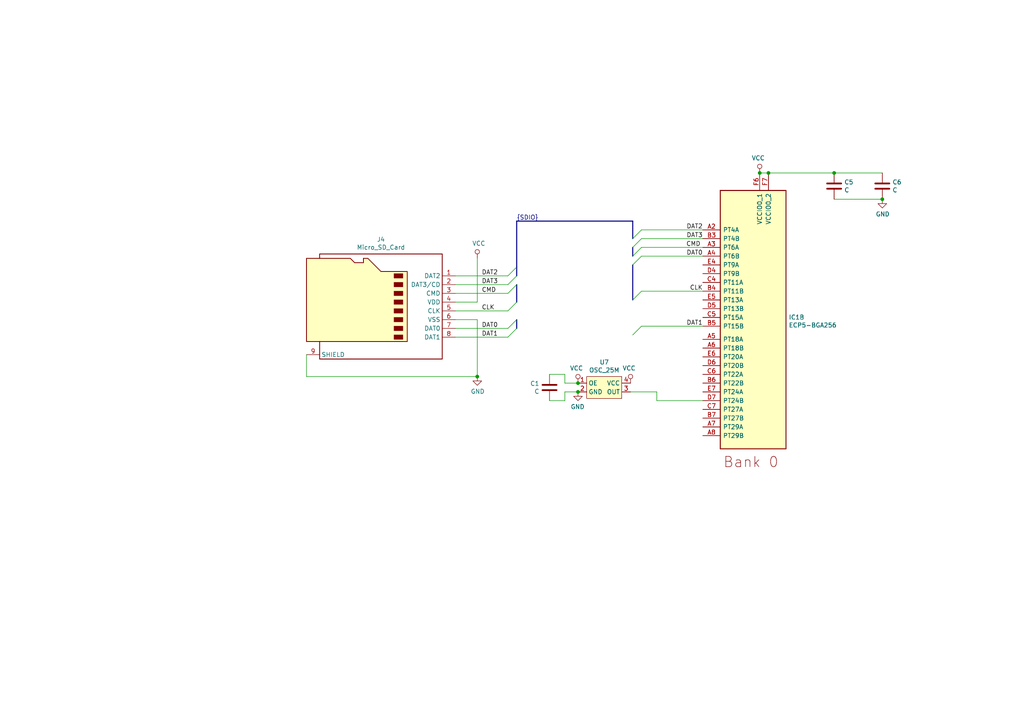
<source format=kicad_sch>
(kicad_sch (version 20200714) (host eeschema "5.99.0-unknown-9f20c61~102~ubuntu20.04.1")
  (page 1 6)
  (paper "A4")
  (lib_symbols
    (symbol "Connector:Micro_SD_Card"
      (property "Reference" "J" (at -16.51 15.24 0))
      (property "Value" "Micro_SD_Card" (at 16.51 15.24 0))
      (symbol "Micro_SD_Card_0_1"
        (rectangle (start -7.62 -9.525) (end -5.08 -10.795) (fill (type outline)))
        (rectangle (start -7.62 -6.985) (end -5.08 -8.255) (fill (type outline)))
        (rectangle (start -7.62 -4.445) (end -5.08 -5.715) (fill (type outline)))
        (rectangle (start -7.62 -1.905) (end -5.08 -3.175) (fill (type outline)))
        (rectangle (start -7.62 0.635) (end -5.08 -0.635) (fill (type outline)))
        (rectangle (start -7.62 3.175) (end -5.08 1.905) (fill (type outline)))
        (rectangle (start -7.62 5.715) (end -5.08 4.445) (fill (type outline)))
        (rectangle (start -7.62 8.255) (end -5.08 6.985) (fill (type outline)))
        (polyline (pts (xy 16.51 12.7) (xy 16.51 13.97) (xy -19.05 13.97) (xy -19.05 -16.51) (xy 16.51 -16.51) (xy 16.51 -11.43)) (stroke (width 0.254)))
        (polyline (pts (xy -8.89 -11.43) (xy -8.89 8.89) (xy -1.27 8.89) (xy 2.54 12.7) (xy 3.81 12.7) (xy 3.81 11.43) (xy 6.35 11.43) (xy 7.62 12.7) (xy 20.32 12.7) (xy 20.32 -11.43) (xy -8.89 -11.43)) (stroke (width 0.254)) (fill (type background)))
      )
      (symbol "Micro_SD_Card_1_1"
        (pin bidirectional line (at -22.86 7.62 0) (length 3.81) (name "DAT2") (number "1"))
        (pin bidirectional line (at -22.86 5.08 0) (length 3.81) (name "DAT3/CD") (number "2"))
        (pin input line (at -22.86 2.54 0) (length 3.81) (name "CMD") (number "3"))
        (pin power_in line (at -22.86 0 0) (length 3.81) (name "VDD") (number "4"))
        (pin input line (at -22.86 -2.54 0) (length 3.81) (name "CLK") (number "5"))
        (pin power_in line (at -22.86 -5.08 0) (length 3.81) (name "VSS") (number "6"))
        (pin bidirectional line (at -22.86 -7.62 0) (length 3.81) (name "DAT0") (number "7"))
        (pin bidirectional line (at -22.86 -10.16 0) (length 3.81) (name "DAT1") (number "8"))
        (pin passive line (at 20.32 -15.24 180) (length 3.81) (name "SHIELD") (number "9"))
      )
    )
    (symbol "Device:C" (pin_numbers hide) (pin_names (offset 0.254))
      (property "Reference" "C" (at 0.635 2.54 0))
      (property "Value" "C" (at 0.635 -2.54 0))
      (symbol "C_0_1"
        (polyline (pts (xy -2.032 -0.762) (xy 2.032 -0.762)) (stroke (width 0.508)))
        (polyline (pts (xy -2.032 0.762) (xy 2.032 0.762)) (stroke (width 0.508)))
      )
      (symbol "C_1_1"
        (pin passive line (at 0 3.81 270) (length 2.794) (name "~") (number "1"))
        (pin passive line (at 0 -3.81 90) (length 2.794) (name "~") (number "2"))
      )
    )
    (symbol "mini_mipi:ECP5-BGA256" (pin_names (offset 0.762))
      (property "Reference" "IC" (at -2.54 1.27 0))
      (property "Value" "ECP5-BGA256" (at 10.16 1.27 0))
      (symbol "ECP5-BGA256_8_0"
        (text "(Config)" (at 13.97 -97.79 0) (effects (font (size 2.9972 2.9972))))
        (text "Bank 8" (at 13.97 -92.71 0) (effects (font (size 2.9972 2.9972))))
      )
      (symbol "ECP5-BGA256_1_1"
        (text "FPGA Supplies" (at 19.05 -76.2 0) (effects (font (size 2.9972 2.9972))))
        (pin power_in line (at 38.1 -2.54 180) (length 5.08) (name "GND_1") (number "A1"))
        (pin power_in line (at 38.1 -5.08 180) (length 5.08) (name "GND_2") (number "A16"))
        (pin power_in line (at 38.1 -10.16 180) (length 5.08) (name "GND_4") (number "D15"))
        (pin power_in line (at 38.1 -7.62 180) (length 5.08) (name "GND_3") (number "D2"))
        (pin power_in line (at 38.1 -12.7 180) (length 5.08) (name "GND_5") (number "F8"))
        (pin power_in line (at 38.1 -15.24 180) (length 5.08) (name "GND_6") (number "F9"))
        (pin power_in line (at 38.1 -20.32 180) (length 5.08) (name "GND_8") (number "G10"))
        (pin power_in line (at 0 -66.04 0) (length 5.08) (name "VCCAUX_1") (number "G11"))
        (pin power_in line (at 0 -2.54 0) (length 5.08) (name "VCC_1") (number "G6"))
        (pin power_in line (at 0 -5.08 0) (length 5.08) (name "VCC_2") (number "G7"))
        (pin power_in line (at 38.1 -17.78 180) (length 5.08) (name "GND_7") (number "G8"))
        (pin power_in line (at 0 -7.62 0) (length 5.08) (name "VCC_3") (number "G9"))
        (pin power_in line (at 38.1 -22.86 180) (length 5.08) (name "GND_9") (number "H1"))
        (pin power_in line (at 38.1 -30.48 180) (length 5.08) (name "GND_12") (number "H10"))
        (pin power_in line (at 38.1 -33.02 180) (length 5.08) (name "GND_13") (number "H16"))
        (pin power_in line (at 38.1 -25.4 180) (length 5.08) (name "GND_10") (number "H8"))
        (pin power_in line (at 38.1 -27.94 180) (length 5.08) (name "GND_11") (number "H9"))
        (pin power_in line (at 38.1 -40.64 180) (length 5.08) (name "GND_16") (number "J10"))
        (pin power_in line (at 38.1 -35.56 180) (length 5.08) (name "GND_14") (number "J8"))
        (pin power_in line (at 38.1 -38.1 180) (length 5.08) (name "GND_15") (number "J9"))
        (pin power_in line (at 38.1 -53.34 180) (length 5.08) (name "GND_21") (number "K10"))
        (pin power_in line (at 38.1 -43.18 180) (length 5.08) (name "GND_17") (number "K6"))
        (pin power_in line (at 38.1 -45.72 180) (length 5.08) (name "GND_18") (number "K7"))
        (pin power_in line (at 38.1 -48.26 180) (length 5.08) (name "GND_19") (number "K8"))
        (pin power_in line (at 38.1 -50.8 180) (length 5.08) (name "GND_20") (number "K9"))
        (pin power_in line (at 0 -15.24 0) (length 5.08) (name "VCC_6") (number "L10"))
        (pin power_in line (at 0 -68.58 0) (length 5.08) (name "VCCAUX_2") (number "L7"))
        (pin power_in line (at 0 -10.16 0) (length 5.08) (name "VCC_4") (number "L8"))
        (pin power_in line (at 0 -12.7 0) (length 5.08) (name "VCC_5") (number "L9"))
        (pin power_in line (at 38.1 -58.42 180) (length 5.08) (name "GND_23") (number "N15"))
        (pin power_in line (at 38.1 -55.88 180) (length 5.08) (name "GND_22") (number "N2"))
        (pin power_in line (at 38.1 -60.96 180) (length 5.08) (name "GND_24") (number "T1"))
        (pin power_in line (at 38.1 -66.04 180) (length 5.08) (name "GND_26") (number "T12"))
        (pin bidirectional line (at 38.1 -68.58 180) (length 5.08) (name "GND_27") (number "T16"))
        (pin power_in line (at 38.1 -63.5 180) (length 5.08) (name "GND_25") (number "T5"))
      )
      (symbol "ECP5-BGA256_2_1"
        (text "Bank 0" (at 10.16 -78.74 0) (effects (font (size 2.9972 2.9972))))
        (rectangle (start 0 0) (end 19.05 -74.93) (stroke (width 0.3048)) (fill (type background)))
        (pin bidirectional line (at 24.13 -11.43 180) (length 5.08) (name "PT4A") (number "A2"))
        (pin bidirectional line (at 24.13 -16.51 180) (length 5.08) (name "PT6A") (number "A3"))
        (pin bidirectional line (at 24.13 -19.05 180) (length 5.08) (name "PT6B") (number "A4"))
        (pin bidirectional line (at 24.13 -43.18 180) (length 5.08) (name "PT18A") (number "A5"))
        (pin bidirectional line (at 24.13 -45.72 180) (length 5.08) (name "PT18B") (number "A6"))
        (pin bidirectional line (at 24.13 -68.58 180) (length 5.08) (name "PT29A") (number "A7"))
        (pin bidirectional line (at 24.13 -71.12 180) (length 5.08) (name "PT29B") (number "A8"))
        (pin bidirectional line (at 24.13 -13.97 180) (length 5.08) (name "PT4B") (number "B3"))
        (pin bidirectional line (at 24.13 -29.21 180) (length 5.08) (name "PT11B") (number "B4"))
        (pin bidirectional line (at 24.13 -39.37 180) (length 5.08) (name "PT15B") (number "B5"))
        (pin bidirectional line (at 24.13 -55.88 180) (length 5.08) (name "PT22B") (number "B6"))
        (pin bidirectional line (at 24.13 -66.04 180) (length 5.08) (name "PT27B") (number "B7"))
        (pin bidirectional line (at 24.13 -26.67 180) (length 5.08) (name "PT11A") (number "C4"))
        (pin bidirectional line (at 24.13 -36.83 180) (length 5.08) (name "PT15A") (number "C5"))
        (pin bidirectional line (at 24.13 -53.34 180) (length 5.08) (name "PT22A") (number "C6"))
        (pin bidirectional line (at 24.13 -63.5 180) (length 5.08) (name "PT27A") (number "C7"))
        (pin bidirectional line (at 24.13 -24.13 180) (length 5.08) (name "PT9B") (number "D4"))
        (pin bidirectional line (at 24.13 -34.29 180) (length 5.08) (name "PT13B") (number "D5"))
        (pin bidirectional line (at 24.13 -50.8 180) (length 5.08) (name "PT20B") (number "D6"))
        (pin bidirectional line (at 24.13 -60.96 180) (length 5.08) (name "PT24B") (number "D7"))
        (pin bidirectional line (at 24.13 -21.59 180) (length 5.08) (name "PT9A") (number "E4"))
        (pin bidirectional line (at 24.13 -31.75 180) (length 5.08) (name "PT13A") (number "E5"))
        (pin bidirectional line (at 24.13 -48.26 180) (length 5.08) (name "PT20A") (number "E6"))
        (pin bidirectional line (at 24.13 -58.42 180) (length 5.08) (name "PT24A") (number "E7"))
        (pin power_in line (at 7.62 5.08 270) (length 5.08) (name "VCCIO0_1") (number "F6"))
        (pin power_in line (at 5.08 5.08 270) (length 5.08) (name "VCCIO0_2") (number "F7"))
      )
      (symbol "ECP5-BGA256_3_1"
        (text "Bank 1" (at 8.89 -96.52 0) (effects (font (size 2.9972 2.9972))))
        (pin bidirectional line (at 26.67 -34.29 180) (length 5.08) (name "PT42B") (number "A10"))
        (pin bidirectional line (at 26.67 -57.15 180) (length 5.08) (name "PT53A") (number "A11"))
        (pin bidirectional line (at 26.67 -59.69 180) (length 5.08) (name "PT53B") (number "A12"))
        (pin bidirectional line (at 26.67 -82.55 180) (length 5.08) (name "PT65A") (number "A13"))
        (pin bidirectional line (at 26.67 -85.09 180) (length 5.08) (name "PT65B") (number "A14"))
        (pin bidirectional line (at 26.67 -90.17 180) (length 5.08) (name "PT67B") (number "A15"))
        (pin bidirectional line (at 26.67 -31.75 180) (length 5.08) (name "PT42A") (number "A9"))
        (pin bidirectional line (at 26.67 -36.83 180) (length 5.08) (name "PT44A") (number "B10"))
        (pin bidirectional line (at 26.67 -46.99 180) (length 5.08) (name "PT49A") (number "B11"))
        (pin bidirectional line (at 26.67 -62.23 180) (length 5.08) (name "PT56A") (number "B12"))
        (pin bidirectional line (at 26.67 -72.39 180) (length 5.08) (name "PT60A") (number "B13"))
        (pin bidirectional line (at 26.67 -87.63 180) (length 5.08) (name "PT67A") (number "B14"))
        (pin bidirectional line (at 26.67 -19.05 180) (length 5.08) (name "PT35B") (number "B8"))
        (pin bidirectional line (at 26.67 -21.59 180) (length 5.08) (name "PT38A") (number "B9"))
        (pin bidirectional line (at 26.67 -39.37 180) (length 5.08) (name "PT44B") (number "C10"))
        (pin bidirectional line (at 26.67 -49.53 180) (length 5.08) (name "PT49B") (number "C11"))
        (pin bidirectional line (at 26.67 -64.77 180) (length 5.08) (name "PT56B") (number "C12"))
        (pin bidirectional line (at 26.67 -74.93 180) (length 5.08) (name "PT60B") (number "C13"))
        (pin bidirectional line (at 26.67 -16.51 180) (length 5.08) (name "PT35A") (number "C8"))
        (pin bidirectional line (at 26.67 -24.13 180) (length 5.08) (name "PT38B") (number "C9"))
        (pin bidirectional line (at 26.67 -41.91 180) (length 5.08) (name "PT47A") (number "D10"))
        (pin bidirectional line (at 26.67 -52.07 180) (length 5.08) (name "PT51A") (number "D11"))
        (pin bidirectional line (at 26.67 -67.31 180) (length 5.08) (name "PT58A") (number "D12"))
        (pin bidirectional line (at 26.67 -77.47 180) (length 5.08) (name "PT62A") (number "D13"))
        (pin bidirectional line (at 26.67 -13.97 180) (length 5.08) (name "PT33B") (number "D8"))
        (pin bidirectional line (at 26.67 -26.67 180) (length 5.08) (name "PT40A") (number "D9"))
        (pin bidirectional line (at 26.67 -44.45 180) (length 5.08) (name "PT47B") (number "E10"))
        (pin bidirectional line (at 26.67 -54.61 180) (length 5.08) (name "PT51B") (number "E11"))
        (pin bidirectional line (at 26.67 -69.85 180) (length 5.08) (name "PT58B") (number "E12"))
        (pin bidirectional line (at 26.67 -80.01 180) (length 5.08) (name "PT62B") (number "E13"))
        (pin bidirectional line (at 26.67 -11.43 180) (length 5.08) (name "PT33A") (number "E8"))
        (pin bidirectional line (at 26.67 -29.21 180) (length 5.08) (name "PT40B") (number "E9"))
        (pin power_in line (at 6.35 5.08 270) (length 5.08) (name "VCCIO1_1") (number "F10"))
        (pin power_in line (at 3.81 5.08 270) (length 5.08) (name "VCCIO1_2") (number "F11"))
      )
      (symbol "ECP5-BGA256_4_1"
        (text "Bank 2" (at 10.16 -97.79 0) (effects (font (size 2.9972 2.9972))))
        (rectangle (start 0 0) (end 19.05 -93.98) (stroke (width 0.3048)) (fill (type background)))
        (pin bidirectional line (at 24.13 -13.97 180) (length 5.08) (name "PR2B") (number "B15"))
        (pin bidirectional line (at 24.13 -11.43 180) (length 5.08) (name "PR2A") (number "B16"))
        (pin bidirectional line (at 24.13 -16.51 180) (length 5.08) (name "PR2C") (number "C14"))
        (pin bidirectional line (at 24.13 -24.13 180) (length 5.08) (name "PR5B") (number "C15"))
        (pin bidirectional line (at 24.13 -21.59 180) (length 5.08) (name "PR5A") (number "C16"))
        (pin bidirectional line (at 24.13 -19.05 180) (length 5.08) (name "PR2D") (number "D14"))
        (pin bidirectional line (at 24.13 -31.75 180) (length 5.08) (name "PR8A") (number "D16"))
        (pin bidirectional line (at 24.13 -26.67 180) (length 5.08) (name "PR5C") (number "E14"))
        (pin bidirectional line (at 24.13 -34.29 180) (length 5.08) (name "PR8B") (number "E15"))
        (pin bidirectional line (at 24.13 -49.53 180) (length 5.08) (name "PR11D") (number "E16"))
        (pin bidirectional line (at 24.13 -39.37 180) (length 5.08) (name "PR8D") (number "F12"))
        (pin bidirectional line (at 24.13 -36.83 180) (length 5.08) (name "PR8C") (number "F13"))
        (pin bidirectional line (at 24.13 -29.21 180) (length 5.08) (name "PR5D") (number "F14"))
        (pin bidirectional line (at 24.13 -46.99 180) (length 5.08) (name "PR11C") (number "F15"))
        (pin bidirectional line (at 24.13 -52.07 180) (length 5.08) (name "PR14A") (number "F16"))
        (pin bidirectional line (at 24.13 -41.91 180) (length 5.08) (name "PR11A") (number "G12"))
        (pin bidirectional line (at 24.13 -44.45 180) (length 5.08) (name "PR11B") (number "G13"))
        (pin bidirectional line (at 24.13 -57.15 180) (length 5.08) (name "PR14C") (number "G14"))
        (pin bidirectional line (at 24.13 -54.61 180) (length 5.08) (name "PR14B") (number "G15"))
        (pin bidirectional line (at 24.13 -72.39 180) (length 5.08) (name "PR20A") (number "G16"))
        (pin power_in line (at 3.81 5.08 270) (length 5.08) (name "VCCIO2_1") (number "H11"))
        (pin bidirectional line (at 24.13 -62.23 180) (length 5.08) (name "PR17A") (number "H12"))
        (pin bidirectional line (at 24.13 -64.77 180) (length 5.08) (name "PR17B") (number "H13"))
        (pin bidirectional line (at 24.13 -59.69 180) (length 5.08) (name "PR14D") (number "H14"))
        (pin bidirectional line (at 24.13 -74.93 180) (length 5.08) (name "PR20B") (number "H15"))
        (pin power_in line (at 6.35 5.08 270) (length 5.08) (name "VCCIO2_2") (number "J11"))
        (pin bidirectional line (at 24.13 -69.85 180) (length 5.08) (name "PR17D") (number "J12"))
        (pin bidirectional line (at 24.13 -67.31 180) (length 5.08) (name "PR17C") (number "J13"))
        (pin bidirectional line (at 24.13 -77.47 180) (length 5.08) (name "PR20C") (number "J14"))
        (pin bidirectional line (at 24.13 -85.09 180) (length 5.08) (name "PR23B") (number "J15"))
        (pin bidirectional line (at 24.13 -82.55 180) (length 5.08) (name "PR23A") (number "J16"))
        (pin bidirectional line (at 24.13 -80.01 180) (length 5.08) (name "PR20D") (number "K14"))
        (pin bidirectional line (at 24.13 -90.17 180) (length 5.08) (name "PR23D") (number "K15"))
        (pin bidirectional line (at 24.13 -87.63 180) (length 5.08) (name "PR23C") (number "K16"))
      )
      (symbol "ECP5-BGA256_5_1"
        (text "Bank 3" (at 15.24 -96.52 0) (effects (font (size 2.9972 2.9972))))
        (pin power_in line (at 3.81 5.08 270) (length 5.08) (name "VCCIO3_1") (number "K11"))
        (pin bidirectional line (at 25.4 -22.86 180) (length 5.08) (name "PR29B") (number "K12"))
        (pin bidirectional line (at 25.4 -20.32 180) (length 5.08) (name "PR29A") (number "K13"))
        (pin power_in line (at 6.35 5.08 270) (length 5.08) (name "VCCIO3_2") (number "L11"))
        (pin bidirectional line (at 25.4 -27.94 180) (length 5.08) (name "PR29D") (number "L12"))
        (pin bidirectional line (at 25.4 -25.4 180) (length 5.08) (name "PR29C") (number "L13"))
        (pin bidirectional line (at 25.4 -35.56 180) (length 5.08) (name "PR32C") (number "L14"))
        (pin bidirectional line (at 25.4 -12.7 180) (length 5.08) (name "PR26B") (number "L15"))
        (pin bidirectional line (at 25.4 -10.16 180) (length 5.08) (name "PR26A") (number "L16"))
        (pin bidirectional line (at 25.4 -81.28 180) (length 5.08) (name "PR47A") (number "M11"))
        (pin bidirectional line (at 25.4 -76.2 180) (length 5.08) (name "PR44C") (number "M12"))
        (pin bidirectional line (at 25.4 -45.72 180) (length 5.08) (name "PR35C") (number "M13"))
        (pin bidirectional line (at 25.4 -38.1 180) (length 5.08) (name "PR32D") (number "M14"))
        (pin bidirectional line (at 25.4 -17.78 180) (length 5.08) (name "PR26D") (number "M15"))
        (pin bidirectional line (at 25.4 -15.24 180) (length 5.08) (name "PR26C") (number "M16"))
        (pin bidirectional line (at 25.4 -83.82 180) (length 5.08) (name "PR47B") (number "N11"))
        (pin bidirectional line (at 25.4 -78.74 180) (length 5.08) (name "PR44D") (number "N12"))
        (pin bidirectional line (at 25.4 -50.8 180) (length 5.08) (name "PR38A") (number "N13"))
        (pin bidirectional line (at 25.4 -48.26 180) (length 5.08) (name "PR35D") (number "N14"))
        (pin bidirectional line (at 25.4 -30.48 180) (length 5.08) (name "PR32A") (number "N16"))
        (pin bidirectional line (at 25.4 -86.36 180) (length 5.08) (name "PR47C") (number "P11"))
        (pin bidirectional line (at 25.4 -88.9 180) (length 5.08) (name "PR47D") (number "P12"))
        (pin bidirectional line (at 25.4 -60.96 180) (length 5.08) (name "PR41A") (number "P13"))
        (pin bidirectional line (at 25.4 -53.34 180) (length 5.08) (name "PR38B") (number "P14"))
        (pin bidirectional line (at 25.4 -33.02 180) (length 5.08) (name "PR32B") (number "P15"))
        (pin bidirectional line (at 25.4 -40.64 180) (length 5.08) (name "PR35A") (number "P16"))
        (pin bidirectional line (at 25.4 -71.12 180) (length 5.08) (name "PR44A") (number "R12"))
        (pin bidirectional line (at 25.4 -66.04 180) (length 5.08) (name "PR41C") (number "R13"))
        (pin bidirectional line (at 25.4 -63.5 180) (length 5.08) (name "PR41B") (number "R14"))
        (pin bidirectional line (at 25.4 -55.88 180) (length 5.08) (name "PR38C") (number "R15"))
        (pin bidirectional line (at 25.4 -43.18 180) (length 5.08) (name "PR35B") (number "R16"))
        (pin bidirectional line (at 25.4 -73.66 180) (length 5.08) (name "PR44B") (number "T13"))
        (pin bidirectional line (at 25.4 -68.58 180) (length 5.08) (name "PR41D") (number "T14"))
        (pin bidirectional line (at 25.4 -58.42 180) (length 5.08) (name "PR38D") (number "T15"))
      )
      (symbol "ECP5-BGA256_6_1"
        (text "Bank 6" (at 11.43 -110.49 0) (effects (font (size 2.9972 2.9972))))
        (rectangle (start 0 0) (end 19.05 -106.68) (stroke (width 0.3048)) (fill (type background)))
        (pin power_in line (at 3.81 5.08 270) (length 5.08) (name "VCCIO6_1") (number "J6"))
        (pin power_in line (at 6.35 5.08 270) (length 5.08) (name "VCCIO6_2") (number "J7"))
        (pin bidirectional line (at 24.13 -25.4 180) (length 5.08) (name "PL29A") (number "K4"))
        (pin bidirectional line (at 24.13 -27.94 180) (length 5.08) (name "PL29B") (number "K5"))
        (pin bidirectional line (at 24.13 -13.97 180) (length 5.08) (name "PL26A") (number "L1"))
        (pin bidirectional line (at 24.13 -16.51 180) (length 5.08) (name "PL26B") (number "L2"))
        (pin bidirectional line (at 24.13 -41.91 180) (length 5.08) (name "PL32C") (number "L3"))
        (pin bidirectional line (at 24.13 -30.48 180) (length 5.08) (name "PL29C") (number "L4"))
        (pin bidirectional line (at 24.13 -33.02 180) (length 5.08) (name "PL29D") (number "L5"))
        (pin bidirectional line (at 24.13 -19.05 180) (length 5.08) (name "PL26C") (number "M1"))
        (pin bidirectional line (at 24.13 -21.59 180) (length 5.08) (name "PL26D") (number "M2"))
        (pin bidirectional line (at 24.13 -44.45 180) (length 5.08) (name "PL32D") (number "M3"))
        (pin bidirectional line (at 24.13 -53.34 180) (length 5.08) (name "PL35C") (number "M4"))
        (pin bidirectional line (at 24.13 -78.74 180) (length 5.08) (name "PL44C") (number "M5"))
        (pin bidirectional line (at 24.13 -96.52 180) (length 5.08) (name "PL47A") (number "M6"))
        (pin bidirectional line (at 24.13 -36.83 180) (length 5.08) (name "PL32A") (number "N1"))
        (pin bidirectional line (at 24.13 -55.88 180) (length 5.08) (name "PL35D") (number "N3"))
        (pin bidirectional line (at 24.13 -60.96 180) (length 5.08) (name "PL38A") (number "N4"))
        (pin bidirectional line (at 24.13 -81.28 180) (length 5.08) (name "PL44D") (number "N5"))
        (pin bidirectional line (at 24.13 -99.06 180) (length 5.08) (name "PL47B") (number "N6"))
        (pin bidirectional line (at 24.13 -48.26 180) (length 5.08) (name "PL35A") (number "P1"))
        (pin bidirectional line (at 24.13 -39.37 180) (length 5.08) (name "PL32B") (number "P2"))
        (pin bidirectional line (at 24.13 -63.5 180) (length 5.08) (name "PL38B") (number "P3"))
        (pin bidirectional line (at 24.13 -85.09 180) (length 5.08) (name "PL41A") (number "P4"))
        (pin bidirectional line (at 24.13 -101.6 180) (length 5.08) (name "PL47D") (number "P5"))
        (pin bidirectional line (at 24.13 -104.14 180) (length 5.08) (name "PL47C") (number "P6"))
        (pin bidirectional line (at 24.13 -50.8 180) (length 5.08) (name "PL35B") (number "R1"))
        (pin bidirectional line (at 24.13 -66.04 180) (length 5.08) (name "PL38C") (number "R2"))
        (pin bidirectional line (at 24.13 -87.63 180) (length 5.08) (name "PL41B") (number "R3"))
        (pin bidirectional line (at 24.13 -90.17 180) (length 5.08) (name "PL41C") (number "R4"))
        (pin bidirectional line (at 24.13 -73.66 180) (length 5.08) (name "PL44A") (number "R5"))
        (pin bidirectional line (at 24.13 -68.58 180) (length 5.08) (name "PL38D") (number "T2"))
        (pin bidirectional line (at 24.13 -92.71 180) (length 5.08) (name "PL41D") (number "T3"))
        (pin bidirectional line (at 24.13 -76.2 180) (length 5.08) (name "PL44B") (number "T4"))
      )
      (symbol "ECP5-BGA256_7_1"
        (text "Bank 7" (at 12.7 -113.03 0) (effects (font (size 2.9972 2.9972))))
        (rectangle (start 0 0) (end 20.32 -109.22) (stroke (width 0.3048)) (fill (type background)))
        (pin bidirectional line (at 25.4 -10.16 180) (length 5.08) (name "PL2A") (number "B1"))
        (pin bidirectional line (at 25.4 -12.7 180) (length 5.08) (name "PL2B") (number "B2"))
        (pin bidirectional line (at 25.4 -22.86 180) (length 5.08) (name "PL5A") (number "C1"))
        (pin bidirectional line (at 25.4 -25.4 180) (length 5.08) (name "PL5B") (number "C2"))
        (pin bidirectional line (at 25.4 -15.24 180) (length 5.08) (name "PL2C") (number "C3"))
        (pin bidirectional line (at 25.4 -35.56 180) (length 5.08) (name "PL8A") (number "D1"))
        (pin bidirectional line (at 25.4 -17.78 180) (length 5.08) (name "PL2D") (number "D3"))
        (pin bidirectional line (at 25.4 -54.61 180) (length 5.08) (name "PL11D") (number "E1"))
        (pin bidirectional line (at 25.4 -38.1 180) (length 5.08) (name "PL8B") (number "E2"))
        (pin bidirectional line (at 25.4 -27.94 180) (length 5.08) (name "PL5C") (number "E3"))
        (pin bidirectional line (at 25.4 -59.69 180) (length 5.08) (name "PL14A") (number "F1"))
        (pin bidirectional line (at 25.4 -52.07 180) (length 5.08) (name "PL11C") (number "F2"))
        (pin bidirectional line (at 25.4 -30.48 180) (length 5.08) (name "PL5D") (number "F3"))
        (pin bidirectional line (at 25.4 -40.64 180) (length 5.08) (name "PL8C") (number "F4"))
        (pin bidirectional line (at 25.4 -43.18 180) (length 5.08) (name "PL8D") (number "F5"))
        (pin bidirectional line (at 25.4 -82.55 180) (length 5.08) (name "PL20A") (number "G1"))
        (pin bidirectional line (at 25.4 -62.23 180) (length 5.08) (name "PL14B") (number "G2"))
        (pin bidirectional line (at 25.4 -64.77 180) (length 5.08) (name "PL14C") (number "G3"))
        (pin bidirectional line (at 25.4 -49.53 180) (length 5.08) (name "PL11B") (number "G4"))
        (pin bidirectional line (at 25.4 -46.99 180) (length 5.08) (name "PL11A") (number "G5"))
        (pin bidirectional line (at 25.4 -85.09 180) (length 5.08) (name "PL20B") (number "H2"))
        (pin bidirectional line (at 25.4 -67.31 180) (length 5.08) (name "PL14D") (number "H3"))
        (pin bidirectional line (at 25.4 -73.66 180) (length 5.08) (name "PL17B") (number "H4"))
        (pin bidirectional line (at 25.4 -71.12 180) (length 5.08) (name "PL17A") (number "H5"))
        (pin power_in line (at 7.62 5.08 270) (length 5.08) (name "VCCIO7_1") (number "H6"))
        (pin power_in line (at 5.08 5.08 270) (length 5.08) (name "VCCIO7_2") (number "H7"))
        (pin bidirectional line (at 25.4 -95.25 180) (length 5.08) (name "PL23A") (number "J1"))
        (pin bidirectional line (at 25.4 -97.79 180) (length 5.08) (name "PL23B") (number "J2"))
        (pin bidirectional line (at 25.4 -87.63 180) (length 5.08) (name "PL20C") (number "J3"))
        (pin bidirectional line (at 25.4 -76.2 180) (length 5.08) (name "PL17C") (number "J4"))
        (pin bidirectional line (at 25.4 -78.74 180) (length 5.08) (name "PL17D") (number "J5"))
        (pin bidirectional line (at 25.4 -100.33 180) (length 5.08) (name "PL23C") (number "K1"))
        (pin bidirectional line (at 25.4 -102.87 180) (length 5.08) (name "PL23D") (number "K2"))
        (pin bidirectional line (at 25.4 -90.17 180) (length 5.08) (name "PL20D") (number "K3"))
      )
      (symbol "ECP5-BGA256_1_0"
        (rectangle (start 5.08 0) (end 33.02 -71.12) (stroke (width 0.3048)) (fill (type background)))
      )
      (symbol "ECP5-BGA256_3_0"
        (rectangle (start 0 0) (end 21.59 -93.98) (stroke (width 0.3048)) (fill (type background)))
      )
      (symbol "ECP5-BGA256_5_0"
        (rectangle (start 0 0) (end 20.32 -91.44) (stroke (width 0.3048)) (fill (type background)))
      )
      (symbol "ECP5-BGA256_8_1"
        (rectangle (start 0 0) (end 21.59 -88.9) (stroke (width 0.3048)) (fill (type background)))
        (pin power_in line (at 5.08 5.08 270) (length 5.08) (name "VCCIO8") (number "L6"))
        (pin output line (at 26.67 -57.15 180) (length 5.08) (name "TDO") (number "M10"))
        (pin bidirectional line (at 26.67 -24.13 180) (length 5.08) (name "D2/PB9B") (number "M7"))
        (pin bidirectional line (at 26.67 -39.37 180) (length 5.08) (name "DOUT/CSON/PB15B") (number "M8"))
        (pin bidirectional line (at 26.67 -41.91 180) (length 5.08) (name "WRITEEN/PB18A") (number "M9"))
        (pin input line (at 26.67 -68.58 180) (length 5.08) (name "CFG_0") (number "N10"))
        (pin bidirectional line (at 26.67 -21.59 180) (length 5.08) (name "D3/PB9A") (number "N7"))
        (pin bidirectional line (at 26.67 -36.83 180) (length 5.08) (name "HOLDN/CSN/PB15A") (number "N8"))
        (pin bidirectional line (at 26.67 -63.5 180) (length 5.08) (name "MCLK/SCLK/CCLK") (number "N9"))
        (pin input line (at 26.67 -71.12 180) (length 5.08) (name "CFG_1") (number "P10"))
        (pin bidirectional line (at 26.67 -19.05 180) (length 5.08) (name "D4/COPI2/PB6B") (number "P7"))
        (pin bidirectional line (at 26.67 -34.29 180) (length 5.08) (name "CS1N/PB13B") (number "P8"))
        (pin bidirectional line (at 26.67 -80.01 180) (length 5.08) (name "DONE") (number "P9"))
        (pin input line (at 26.67 -73.66 180) (length 5.08) (name "CFG_2") (number "R10"))
        (pin input line (at 26.67 -54.61 180) (length 5.08) (name "TDI") (number "R11"))
        (pin bidirectional line (at 26.67 -13.97 180) (length 5.08) (name "D6/PB4B") (number "R6"))
        (pin bidirectional line (at 26.67 -16.51 180) (length 5.08) (name "D5/CIPO2/PB6A") (number "R7"))
        (pin bidirectional line (at 26.67 -31.75 180) (length 5.08) (name "SN/CSN/PB13A") (number "R8"))
        (pin bidirectional line (at 26.67 -85.09 180) (length 5.08) (name "PROGRAMN") (number "R9"))
        (pin input line (at 26.67 -52.07 180) (length 5.08) (name "TCK") (number "T10"))
        (pin input line (at 26.67 -49.53 180) (length 5.08) (name "TMS") (number "T11"))
        (pin bidirectional line (at 26.67 -11.43 180) (length 5.08) (name "D7/PB4A") (number "T6"))
        (pin bidirectional line (at 26.67 -26.67 180) (length 5.08) (name "D1/CIPO/PB11A") (number "T7"))
        (pin bidirectional line (at 26.67 -29.21 180) (length 5.08) (name "D0/COPI/PB11B") (number "T8"))
        (pin bidirectional line (at 26.67 -82.55 180) (length 5.08) (name "INITN") (number "T9"))
      )
    )
    (symbol "mini_mipi:OSC_25M"
      (property "Reference" "U" (at 0 1.27 0))
      (property "Value" "OSC_25M" (at 0 3.175 0))
      (symbol "OSC_25M_0_1"
        (rectangle (start 5.08 0) (end -5.08 -6.35) (stroke (width 0.152)) (fill (type background)))
      )
      (symbol "OSC_25M_0_0"
        (pin unspecified line (at -7.62 -1.905 0) (length 2.54) (name "OE") (number "1"))
        (pin unspecified line (at -7.62 -4.445 0) (length 2.54) (name "GND") (number "2"))
        (pin unspecified line (at 7.62 -4.445 180) (length 2.54) (name "OUT") (number "3"))
        (pin unspecified line (at 7.62 -1.905 180) (length 2.54) (name "VCC") (number "4"))
      )
    )
    (symbol "power:GND" (power) (pin_names (offset 0))
      (property "Value" "GND" (at 0 -3.81 0))
      (symbol "GND_0_1"
        (polyline (pts (xy 0 0) (xy 0 -1.27) (xy 1.27 -1.27) (xy 0 -2.54) (xy -1.27 -1.27) (xy 0 -1.27)))
      )
      (symbol "GND_1_1"
        (pin power_in line (at 0 0 270) (length 0) hide (name "GND") (number "1"))
      )
    )
    (symbol "power:VCC" (power) (pin_names (offset 0))
      (property "Value" "VCC" (at 0 3.81 0))
      (symbol "VCC_0_1"
        (circle (center 0 1.905) (radius 0.635))
        (polyline (pts (xy 0 0) (xy 0 1.27)))
      )
      (symbol "VCC_1_1"
        (pin power_in line (at 0 0 90) (length 0) hide (name "VCC") (number "1"))
      )
    )
  )
  (bus_alias "SDIO" (members "DAT[0..3]" "CMD" "CLK"))
  (junction (at 138.43 109.22))
  (junction (at 167.64 111.125))
  (junction (at 167.64 113.665))
  (junction (at 220.345 50.165))
  (junction (at 222.885 50.165))
  (junction (at 241.935 50.165))
  (junction (at 255.905 57.785))
  (bus_entry (at 147.32 80.01) (size 2.54 -2.54) (stroke (width 0.1524)))
  (bus_entry (at 147.32 82.55) (size 2.54 -2.54) (stroke (width 0.1524)))
  (bus_entry (at 147.32 85.09) (size 2.54 -2.54) (stroke (width 0.1524)))
  (bus_entry (at 147.32 90.17) (size 2.54 -2.54) (stroke (width 0.1524)))
  (bus_entry (at 147.32 95.25) (size 2.54 -2.54) (stroke (width 0.1524)))
  (bus_entry (at 147.32 97.79) (size 2.54 -2.54) (stroke (width 0.1524)))
  (bus_entry (at 183.515 69.215) (size 2.54 -2.54) (stroke (width 0.1524)))
  (bus_entry (at 183.515 71.755) (size 2.54 -2.54) (stroke (width 0.1524)))
  (bus_entry (at 183.515 74.295) (size 2.54 -2.54) (stroke (width 0.1524)))
  (bus_entry (at 183.515 76.835) (size 2.54 -2.54) (stroke (width 0.1524)))
  (bus_entry (at 183.515 86.995) (size 2.54 -2.54) (stroke (width 0.1524)))
  (bus_entry (at 183.515 97.155) (size 2.54 -2.54) (stroke (width 0.1524)))
  (wire (pts (xy 88.9 102.87) (xy 88.9 109.22)))
  (wire (pts (xy 88.9 109.22) (xy 138.43 109.22)))
  (wire (pts (xy 132.08 80.01) (xy 147.32 80.01)))
  (wire (pts (xy 132.08 82.55) (xy 147.32 82.55)))
  (wire (pts (xy 132.08 85.09) (xy 147.32 85.09)))
  (wire (pts (xy 132.08 90.17) (xy 147.32 90.17)))
  (wire (pts (xy 132.08 92.71) (xy 138.43 92.71)))
  (wire (pts (xy 132.08 95.25) (xy 147.32 95.25)))
  (wire (pts (xy 132.08 97.79) (xy 147.32 97.79)))
  (wire (pts (xy 138.43 74.93) (xy 138.43 87.63)))
  (wire (pts (xy 138.43 87.63) (xy 132.08 87.63)))
  (wire (pts (xy 138.43 92.71) (xy 138.43 109.22)))
  (wire (pts (xy 159.385 116.205) (xy 163.83 116.205)))
  (wire (pts (xy 163.83 108.585) (xy 159.385 108.585)))
  (wire (pts (xy 163.83 111.125) (xy 163.83 108.585)))
  (wire (pts (xy 163.83 113.665) (xy 167.64 113.665)))
  (wire (pts (xy 163.83 116.205) (xy 163.83 113.665)))
  (wire (pts (xy 167.64 111.125) (xy 163.83 111.125)))
  (wire (pts (xy 186.055 66.675) (xy 203.835 66.675)))
  (wire (pts (xy 186.055 69.215) (xy 203.835 69.215)))
  (wire (pts (xy 186.055 71.755) (xy 203.835 71.755)))
  (wire (pts (xy 186.055 74.295) (xy 203.835 74.295)))
  (wire (pts (xy 186.055 84.455) (xy 203.835 84.455)))
  (wire (pts (xy 186.055 94.615) (xy 203.835 94.615)))
  (wire (pts (xy 190.5 113.665) (xy 182.88 113.665)))
  (wire (pts (xy 190.5 116.205) (xy 190.5 113.665)))
  (wire (pts (xy 203.835 116.205) (xy 190.5 116.205)))
  (wire (pts (xy 220.345 50.165) (xy 222.885 50.165)))
  (wire (pts (xy 222.885 50.165) (xy 241.935 50.165)))
  (wire (pts (xy 241.935 50.165) (xy 255.905 50.165)))
  (wire (pts (xy 241.935 57.785) (xy 255.905 57.785)))
  (bus (pts (xy 149.86 64.135) (xy 149.86 77.47)))
  (bus (pts (xy 149.86 77.47) (xy 149.86 82.55)))
  (bus (pts (xy 149.86 82.55) (xy 149.86 92.71)))
  (bus (pts (xy 149.86 92.71) (xy 149.86 95.25)))
  (bus (pts (xy 183.515 64.135) (xy 149.86 64.135)))
  (bus (pts (xy 183.515 64.135) (xy 183.515 71.755)))
  (bus (pts (xy 183.515 71.755) (xy 183.515 76.835)))
  (bus (pts (xy 183.515 76.835) (xy 183.515 96.52)))
  (label "DAT2" (at 139.7 80.01 0))
  (label "DAT3" (at 139.7 82.55 0))
  (label "CMD" (at 139.7 85.09 0))
  (label "CLK" (at 139.7 90.17 0))
  (label "DAT0" (at 139.7 95.25 0))
  (label "DAT1" (at 139.7 97.79 0))
  (label "{SDIO}" (at 149.86 64.135 0))
  (label "CMD" (at 203.2 71.755 180))
  (label "DAT2" (at 203.835 66.675 180))
  (label "DAT3" (at 203.835 69.215 180))
  (label "DAT0" (at 203.835 74.295 180))
  (label "CLK" (at 203.835 84.455 180))
  (label "DAT1" (at 203.835 94.615 180))
  (symbol (lib_id "power:VCC") (at 138.43 74.93 0) (unit 1)
    (property "Reference" "#PWR0145" (effects hide))
    (property "Value" "VCC" (at 138.8618 70.6056 0))
  )
  (symbol (lib_id "power:VCC") (at 167.64 111.125 0) (mirror y) (unit 1)
    (property "Reference" "#PWR0110" (effects hide))
    (property "Value" "VCC" (at 167.2082 106.8006 0))
  )
  (symbol (lib_id "power:VCC") (at 182.88 111.125 0) (mirror y) (unit 1)
    (property "Reference" "#PWR0120" (effects hide))
    (property "Value" "VCC" (at 182.4482 106.8006 0))
  )
  (symbol (lib_id "power:VCC") (at 220.345 50.165 0) (mirror y) (unit 1)
    (property "Reference" "#PWR0147" (effects hide))
    (property "Value" "VCC" (at 219.9132 45.8406 0))
  )
  (symbol (lib_id "power:GND") (at 138.43 109.22 0) (unit 1)
    (property "Reference" "#PWR0144" (effects hide))
    (property "Value" "GND" (at 138.5443 113.5444 0))
  )
  (symbol (lib_id "power:GND") (at 167.64 113.665 0) (mirror y) (unit 1)
    (property "Reference" "#PWR0119" (effects hide))
    (property "Value" "GND" (at 167.5257 117.9894 0))
  )
  (symbol (lib_id "power:GND") (at 255.905 57.785 0) (unit 1)
    (property "Reference" "#PWR0146" (effects hide))
    (property "Value" "GND" (at 256.0193 62.1094 0))
  )
  (symbol (lib_id "Device:C") (at 159.385 112.395 0) (mirror y) (unit 1)
    (property "Reference" "C1" (at 156.4639 111.2456 0) (effects (justify left)))
    (property "Value" "C" (at 156.4639 113.5443 0) (effects (justify left)))
    (property "Footprint" "Capacitor_SMD:C_0402_1005Metric" (effects hide))
  )
  (symbol (lib_id "Device:C") (at 241.935 53.975 0) (unit 1)
    (property "Reference" "C5" (at 244.8561 52.8256 0) (effects (justify left)))
    (property "Value" "C" (at 244.8561 55.1243 0) (effects (justify left)))
    (property "Footprint" "Capacitor_SMD:C_0402_1005Metric" (effects hide))
  )
  (symbol (lib_id "Device:C") (at 255.905 53.975 0) (unit 1)
    (property "Reference" "C6" (at 258.826 52.826 0) (effects (justify left)))
    (property "Value" "C" (at 258.8261 55.1243 0) (effects (justify left)))
    (property "Footprint" "Capacitor_SMD:C_0402_1005Metric" (effects hide))
  )
  (symbol (lib_id "mini_mipi:OSC_25M") (at 175.26 109.22 0) (unit 1)
    (property "Reference" "U7" (at 175.26 105.0608 0))
    (property "Value" "OSC_25M" (at 175.26 107.3595 0))
    (property "Footprint" "mini-mipi:SOIC-4" (effects hide))
  )
  (symbol (lib_id "Connector:Micro_SD_Card") (at 109.22 87.63 0) (mirror y) (unit 1)
    (property "Reference" "J4" (at 110.49 69.4498 0))
    (property "Value" "Micro_SD_Card" (at 110.49 71.7485 0))
    (property "Footprint" "Connector_Card:microSD_HC_Wuerth_693072010801" (effects hide))
    (property "Datasheet" "http://katalog.we-online.de/em/datasheet/693072010801.pdf" (effects hide))
  )
  (symbol (lib_id "mini_mipi:ECP5-BGA256") (at 227.965 55.245 0) (mirror y) (unit 2)
    (property "Reference" "IC1" (at 228.7525 92.0219 0) (effects (justify right)))
    (property "Value" "ECP5-BGA256" (at 228.7525 94.3206 0) (effects (justify right)))
    (property "Footprint" "mini-mipi:BGA256C80P16X16_1400X1400X170" (effects hide))
    (property "Description" "FPGA - Field Programmable Gate Array ECP5; 12k LUTs; 1.1V" (effects hide))
    (property "Height" "1.7" (effects hide))
    (property "Manufacturer_Name" "Lattice" (effects hide))
    (property "Manufacturer_Part_Number" "LFE5U-12F-6BG256C" (effects hide))
    (property "Mouser Part Number" "842-LFE5U12F6BG256C" (effects hide))
    (property "Mouser Price/Stock" "https://www.mouser.com/Search/Refine.aspx?Keyword=842-LFE5U12F6BG256C" (effects hide))
  )
)
</source>
